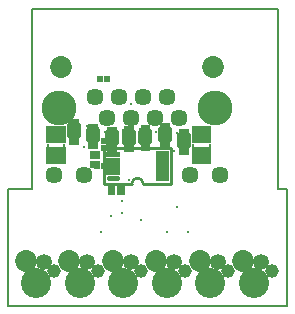
<source format=gbr>
G04 This is an RS-274x file exported by *
G04 gerbv version 2.7.0 *
G04 More information is available about gerbv at *
G04 http://gerbv.geda-project.org/ *
G04 --End of header info--*
%MOIN*%
%FSLAX36Y36*%
%IPPOS*%
G04 --Define apertures--*
%ADD10C,0.0080*%
%ADD11C,0.0060*%
%ADD12C,0.0100*%
%ADD13C,0.1005*%
%ADD14C,0.0729*%
%ADD15C,0.0532*%
%ADD16C,0.0454*%
%ADD17C,0.1162*%
%ADD18C,0.0572*%
%ADD19C,0.0001*%
%ADD20C,0.0200*%
%ADD21C,0.0180*%
%ADD22C,0.0790*%
%ADD23C,0.0490*%
%ADD24C,0.0300*%
%ADD25C,0.0510*%
%ADD26C,0.0940*%
%ADD27C,0.0350*%
%ADD28C,0.0130*%
G04 --Start main section--*
G54D10*
G01X0142450Y0578500D02*
G01X0142450Y0570640D01*
G01X0197550Y0578500D02*
G01X0197550Y0570640D01*
G54D11*
G01X0513000Y0627500D02*
G01X0521000Y0635500D01*
G01X0513000Y0627500D02*
G01X0513000Y0592500D01*
G01X0520000Y0585500D02*
G01X0513000Y0592500D01*
G01X0553000Y0593500D02*
G01X0546000Y0586500D01*
G01X0553000Y0628500D02*
G01X0553000Y0593500D01*
G01X0546000Y0635500D02*
G01X0553000Y0628500D01*
G01X0576000Y0607500D02*
G01X0584000Y0615500D01*
G01X0576000Y0607500D02*
G01X0576000Y0572500D01*
G01X0583000Y0565500D02*
G01X0576000Y0572500D01*
G01X0616000Y0573500D02*
G01X0609000Y0566500D01*
G01X0616000Y0608500D02*
G01X0616000Y0573500D01*
G01X0609000Y0615500D02*
G01X0616000Y0608500D01*
G54D10*
G01X0627450Y0578500D02*
G01X0627450Y0570640D01*
G01X0682550Y0578500D02*
G01X0682550Y0570640D01*
G54D11*
G01X0336000Y0616500D02*
G01X0344000Y0624500D01*
G01X0336000Y0616500D02*
G01X0336000Y0581500D01*
G01X0343000Y0574500D02*
G01X0336000Y0581500D01*
G01X0376000Y0582500D02*
G01X0369000Y0575500D01*
G01X0376000Y0617500D02*
G01X0376000Y0582500D01*
G01X0369000Y0624500D02*
G01X0376000Y0617500D01*
G54D12*
G01X0331000Y0446000D02*
G01X0423000Y0446000D01*
G01X0461000Y0446000D02*
G01X0554000Y0446000D01*
G01X0554000Y0564000D02*
G01X0554000Y0446000D01*
G01X0331000Y0564000D02*
G01X0554000Y0564000D01*
G01X0331000Y0564000D02*
G01X0331000Y0446000D01*
G01X0461000Y0446000D02*
G75*
G03X0423000Y0446000I-019000J0000000D01*
G54D11*
G01X0393000Y0617500D02*
G01X0401000Y0625500D01*
G01X0393000Y0617500D02*
G01X0393000Y0582500D01*
G01X0400000Y0575500D02*
G01X0393000Y0582500D01*
G01X0433000Y0583500D02*
G01X0426000Y0576500D01*
G01X0433000Y0618500D02*
G01X0433000Y0583500D01*
G01X0426000Y0625500D02*
G01X0433000Y0618500D01*
G01X0448000Y0621000D02*
G01X0456000Y0629000D01*
G01X0448000Y0621000D02*
G01X0448000Y0586000D01*
G01X0455000Y0579000D02*
G01X0448000Y0586000D01*
G01X0488000Y0587000D02*
G01X0481000Y0580000D01*
G01X0488000Y0622000D02*
G01X0488000Y0587000D01*
G01X0481000Y0629000D02*
G01X0488000Y0622000D01*
G01X0209000Y0641000D02*
G01X0217000Y0649000D01*
G01X0209000Y0641000D02*
G01X0209000Y0606000D01*
G01X0216000Y0599000D02*
G01X0209000Y0606000D01*
G01X0249000Y0607000D02*
G01X0242000Y0600000D01*
G01X0249000Y0642000D02*
G01X0249000Y0607000D01*
G01X0242000Y0649000D02*
G01X0249000Y0642000D01*
G01X0273000Y0626000D02*
G01X0281000Y0634000D01*
G01X0273000Y0626000D02*
G01X0273000Y0591000D01*
G01X0280000Y0584000D02*
G01X0273000Y0591000D01*
G01X0313000Y0592000D02*
G01X0306000Y0585000D01*
G01X0313000Y0627000D02*
G01X0313000Y0592000D01*
G01X0306000Y0634000D02*
G01X0313000Y0627000D01*
G01X0000000Y0000000D02*
G01X0090000Y0430000D02*
G01X0010000Y0430000D01*
G01X0010000Y0430000D02*
G01X0010000Y0040000D01*
G01X0010000Y0040000D02*
G01X0940000Y0040000D01*
G01X0940000Y0430000D02*
G01X0940000Y0040000D01*
G01X0090000Y1030000D02*
G01X0090000Y0430000D01*
G01X0090000Y1030000D02*
G01X0910000Y1030000D01*
G01X0910000Y1030000D02*
G01X0910000Y0430000D01*
G01X0910000Y0430000D02*
G01X0940000Y0430000D01*
G01X0000000Y0000000D02*
G54D13*
G01X0105000Y0115000D03*
G54D14*
G01X0069570Y0189800D03*
G54D15*
G01X0128620Y0185870D03*
G54D16*
G01X0164060Y0154370D03*
G54D13*
G01X0250000Y0115000D03*
G54D14*
G01X0214570Y0189800D03*
G54D16*
G01X0309060Y0154370D03*
G54D14*
G01X0188190Y0835040D03*
G54D17*
G01X0180310Y0700000D03*
G54D18*
G01X0460240Y0735430D03*
G01X0379920Y0735430D03*
G01X0299610Y0735430D03*
G01X0615350Y0475200D03*
G01X0715750Y0475200D03*
G54D14*
G01X0692130Y0835040D03*
G54D17*
G01X0700000Y0700000D03*
G54D18*
G01X0540550Y0735430D03*
G01X0420080Y0664570D03*
G01X0339760Y0664570D03*
G01X0164570Y0475200D03*
G01X0264960Y0475200D03*
G01X0500390Y0664570D03*
G01X0580710Y0664570D03*
G54D15*
G01X0273620Y0185870D03*
G54D14*
G01X0359570Y0189800D03*
G54D15*
G01X0418620Y0185870D03*
G54D13*
G01X0395000Y0115000D03*
G54D16*
G01X0454060Y0154370D03*
G54D13*
G01X0540000Y0115000D03*
G54D16*
G01X0599060Y0154370D03*
G54D13*
G01X0685000Y0115000D03*
G54D14*
G01X0504570Y0189800D03*
G54D15*
G01X0563620Y0185870D03*
G54D14*
G01X0649570Y0189800D03*
G54D15*
G01X0708620Y0185870D03*
G54D16*
G01X0744060Y0154370D03*
G54D13*
G01X0830000Y0115000D03*
G54D16*
G01X0889060Y0154370D03*
G54D14*
G01X0794570Y0189800D03*
G54D15*
G01X0853620Y0185870D03*
G54D19*
G36*
G01X0622480Y0638590D02*
G01X0622480Y0581410D01*
G01X0687520Y0581410D01*
G01X0687520Y0638590D01*
G01X0622480Y0638590D01*
G37*
G36*
G01X0622480Y0567730D02*
G01X0622480Y0510550D01*
G01X0687520Y0510550D01*
G01X0687520Y0567730D01*
G01X0622480Y0567730D01*
G37*
G36*
G01X0503000Y0554000D02*
G01X0503000Y0536000D01*
G01X0547000Y0536000D01*
G01X0547000Y0554000D01*
G01X0503000Y0554000D01*
G37*
G36*
G01X0503000Y0534000D02*
G01X0503000Y0516000D01*
G01X0547000Y0516000D01*
G01X0547000Y0534000D01*
G01X0503000Y0534000D01*
G37*
G36*
G01X0503000Y0514000D02*
G01X0503000Y0496000D01*
G01X0547000Y0496000D01*
G01X0547000Y0514000D01*
G01X0503000Y0514000D01*
G37*
G36*
G01X0503000Y0495000D02*
G01X0503000Y0477000D01*
G01X0547000Y0477000D01*
G01X0547000Y0495000D01*
G01X0503000Y0495000D01*
G37*
G36*
G01X0503000Y0475000D02*
G01X0503000Y0457000D01*
G01X0547000Y0457000D01*
G01X0547000Y0475000D01*
G01X0503000Y0475000D01*
G37*
G54D20*
G01X0520000Y0625500D02*
G01X0520000Y0595500D01*
G01X0520000Y0625500D02*
G01X0527000Y0632500D01*
G54D19*
G36*
G01X0537000Y0647500D02*
G01X0517000Y0647500D01*
G01X0517000Y0622500D01*
G01X0537000Y0622500D01*
G01X0537000Y0647500D01*
G37*
G54D20*
G01X0520000Y0622500D02*
G01X0526000Y0616500D01*
G01X0520000Y0610500D02*
G01X0526000Y0616500D01*
G01X0520000Y0595500D02*
G01X0527000Y0588500D01*
G54D19*
G36*
G01X0537000Y0598500D02*
G01X0517000Y0598500D01*
G01X0517000Y0563500D01*
G01X0537000Y0563500D01*
G01X0537000Y0598500D01*
G37*
G54D20*
G01X0520000Y0598500D02*
G01X0526000Y0604500D01*
G01X0520000Y0610500D02*
G01X0526000Y0604500D01*
G01X0546000Y0626500D02*
G01X0546000Y0595500D01*
G01X0546000Y0597500D02*
G01X0546000Y0595500D01*
G01X0540000Y0632500D02*
G01X0546000Y0626500D01*
G54D19*
G36*
G01X0550000Y0647500D02*
G01X0530000Y0647500D01*
G01X0530000Y0622500D01*
G01X0550000Y0622500D01*
G01X0550000Y0647500D01*
G37*
G54D20*
G01X0540000Y0589500D02*
G01X0546000Y0595500D01*
G01X0539000Y0604500D02*
G01X0546000Y0597500D01*
G01X0539000Y0604500D02*
G01X0546000Y0611500D01*
G01X0539000Y0616500D02*
G01X0546000Y0609500D01*
G01X0539000Y0616500D02*
G01X0546000Y0623500D01*
G54D19*
G36*
G01X0550000Y0599500D02*
G01X0530000Y0599500D01*
G01X0530000Y0563500D01*
G01X0550000Y0563500D01*
G01X0550000Y0599500D01*
G37*
G54D20*
G01X0583000Y0605500D02*
G01X0583000Y0575500D01*
G01X0583000Y0605500D02*
G01X0590000Y0612500D01*
G54D19*
G36*
G01X0600000Y0627500D02*
G01X0580000Y0627500D01*
G01X0580000Y0602500D01*
G01X0600000Y0602500D01*
G01X0600000Y0627500D01*
G37*
G54D20*
G01X0583000Y0602500D02*
G01X0589000Y0596500D01*
G01X0583000Y0590500D02*
G01X0589000Y0596500D01*
G01X0583000Y0575500D02*
G01X0590000Y0568500D01*
G54D19*
G36*
G01X0600000Y0578500D02*
G01X0580000Y0578500D01*
G01X0580000Y0543500D01*
G01X0600000Y0543500D01*
G01X0600000Y0578500D01*
G37*
G54D20*
G01X0583000Y0578500D02*
G01X0589000Y0584500D01*
G01X0583000Y0590500D02*
G01X0589000Y0584500D01*
G01X0609000Y0606500D02*
G01X0609000Y0575500D01*
G01X0609000Y0577500D02*
G01X0609000Y0575500D01*
G01X0603000Y0612500D02*
G01X0609000Y0606500D01*
G54D19*
G36*
G01X0613000Y0627500D02*
G01X0593000Y0627500D01*
G01X0593000Y0602500D01*
G01X0613000Y0602500D01*
G01X0613000Y0627500D01*
G37*
G54D20*
G01X0603000Y0569500D02*
G01X0609000Y0575500D01*
G54D19*
G36*
G01X0613000Y0579500D02*
G01X0593000Y0579500D01*
G01X0593000Y0543500D01*
G01X0613000Y0543500D01*
G01X0613000Y0579500D01*
G37*
G54D20*
G01X0602000Y0584500D02*
G01X0609000Y0577500D01*
G01X0602000Y0584500D02*
G01X0609000Y0591500D01*
G01X0602000Y0596500D02*
G01X0609000Y0589500D01*
G01X0602000Y0596500D02*
G01X0609000Y0603500D01*
G54D19*
G36*
G01X0137480Y0638590D02*
G01X0137480Y0581410D01*
G01X0202520Y0581410D01*
G01X0202520Y0638590D01*
G01X0137480Y0638590D01*
G37*
G54D20*
G01X0216000Y0639000D02*
G01X0223000Y0646000D01*
G54D19*
G36*
G01X0233000Y0661000D02*
G01X0213000Y0661000D01*
G01X0213000Y0636000D01*
G01X0233000Y0636000D01*
G01X0233000Y0661000D01*
G37*
G54D20*
G01X0216000Y0609000D02*
G01X0223000Y0602000D01*
G54D19*
G36*
G01X0233000Y0612000D02*
G01X0213000Y0612000D01*
G01X0213000Y0577000D01*
G01X0233000Y0577000D01*
G01X0233000Y0612000D01*
G37*
G54D20*
G01X0216000Y0639000D02*
G01X0216000Y0609000D01*
G01X0216000Y0612000D02*
G01X0222000Y0618000D01*
G01X0216000Y0624000D02*
G01X0222000Y0618000D01*
G01X0216000Y0636000D02*
G01X0222000Y0630000D01*
G01X0216000Y0624000D02*
G01X0222000Y0630000D01*
G01X0242000Y0640000D02*
G01X0242000Y0609000D01*
G01X0236000Y0646000D02*
G01X0242000Y0640000D01*
G54D19*
G36*
G01X0246000Y0661000D02*
G01X0226000Y0661000D01*
G01X0226000Y0636000D01*
G01X0246000Y0636000D01*
G01X0246000Y0661000D01*
G37*
G54D20*
G01X0235000Y0618000D02*
G01X0242000Y0625000D01*
G01X0235000Y0630000D02*
G01X0242000Y0623000D01*
G01X0235000Y0630000D02*
G01X0242000Y0637000D01*
G01X0236000Y0603000D02*
G01X0242000Y0609000D01*
G54D19*
G36*
G01X0246000Y0613000D02*
G01X0226000Y0613000D01*
G01X0226000Y0577000D01*
G01X0246000Y0577000D01*
G01X0246000Y0613000D01*
G37*
G54D20*
G01X0235000Y0618000D02*
G01X0242000Y0611000D01*
G01X0242000Y0611000D02*
G01X0242000Y0609000D01*
G54D19*
G36*
G01X0137480Y0567730D02*
G01X0137480Y0510550D01*
G01X0202520Y0510550D01*
G01X0202520Y0567730D01*
G01X0137480Y0567730D01*
G37*
G36*
G01X0319130Y0515870D02*
G01X0319130Y0494130D01*
G01X0340870Y0494130D01*
G01X0340870Y0515870D01*
G01X0319130Y0515870D01*
G37*
G36*
G01X0295510Y0515870D02*
G01X0295510Y0494130D01*
G01X0317250Y0494130D01*
G01X0317250Y0515870D01*
G01X0295510Y0515870D01*
G37*
G36*
G01X0283230Y0522840D02*
G01X0283230Y0497160D01*
G01X0316770Y0497160D01*
G01X0316770Y0522840D01*
G01X0283230Y0522840D01*
G37*
G36*
G01X0283230Y0554320D02*
G01X0283230Y0528640D01*
G01X0316770Y0528640D01*
G01X0316770Y0554320D01*
G01X0283230Y0554320D01*
G37*
G36*
G01X0319130Y0575870D02*
G01X0319130Y0554130D01*
G01X0340870Y0554130D01*
G01X0340870Y0575870D01*
G01X0319130Y0575870D01*
G37*
G54D20*
G01X0280000Y0624000D02*
G01X0280000Y0594000D01*
G01X0280000Y0594000D02*
G01X0287000Y0587000D01*
G01X0280000Y0597000D02*
G01X0286000Y0603000D01*
G01X0280000Y0609000D02*
G01X0286000Y0603000D01*
G54D19*
G36*
G01X0297000Y0597000D02*
G01X0277000Y0597000D01*
G01X0277000Y0562000D01*
G01X0297000Y0562000D01*
G01X0297000Y0597000D01*
G37*
G36*
G01X0297000Y0646000D02*
G01X0277000Y0646000D01*
G01X0277000Y0621000D01*
G01X0297000Y0621000D01*
G01X0297000Y0646000D01*
G37*
G54D20*
G01X0280000Y0624000D02*
G01X0287000Y0631000D01*
G01X0280000Y0621000D02*
G01X0286000Y0615000D01*
G01X0280000Y0609000D02*
G01X0286000Y0615000D01*
G01X0306000Y0625000D02*
G01X0306000Y0594000D01*
G01X0300000Y0631000D02*
G01X0306000Y0625000D01*
G54D19*
G36*
G01X0310000Y0646000D02*
G01X0290000Y0646000D01*
G01X0290000Y0621000D01*
G01X0310000Y0621000D01*
G01X0310000Y0646000D01*
G37*
G54D20*
G01X0299000Y0603000D02*
G01X0306000Y0610000D01*
G01X0299000Y0615000D02*
G01X0306000Y0608000D01*
G01X0299000Y0615000D02*
G01X0306000Y0622000D01*
G01X0300000Y0588000D02*
G01X0306000Y0594000D01*
G54D19*
G36*
G01X0310000Y0598000D02*
G01X0290000Y0598000D01*
G01X0290000Y0562000D01*
G01X0310000Y0562000D01*
G01X0310000Y0598000D01*
G37*
G54D20*
G01X0299000Y0603000D02*
G01X0306000Y0596000D01*
G01X0306000Y0596000D02*
G01X0306000Y0594000D01*
G54D19*
G36*
G01X0319130Y0599490D02*
G01X0319130Y0577750D01*
G01X0340870Y0577750D01*
G01X0340870Y0599490D01*
G01X0319130Y0599490D01*
G37*
G54D20*
G01X0343000Y0614500D02*
G01X0343000Y0584500D01*
G01X0343000Y0584500D02*
G01X0350000Y0577500D01*
G01X0343000Y0587500D02*
G01X0349000Y0593500D01*
G01X0343000Y0599500D02*
G01X0349000Y0593500D01*
G54D19*
G36*
G01X0360000Y0587500D02*
G01X0340000Y0587500D01*
G01X0340000Y0552500D01*
G01X0360000Y0552500D01*
G01X0360000Y0587500D01*
G37*
G54D20*
G01X0343000Y0614500D02*
G01X0350000Y0621500D01*
G01X0343000Y0611500D02*
G01X0349000Y0605500D01*
G01X0343000Y0599500D02*
G01X0349000Y0605500D01*
G54D19*
G36*
G01X0329130Y0805870D02*
G01X0329130Y0784130D01*
G01X0350870Y0784130D01*
G01X0350870Y0805870D01*
G01X0329130Y0805870D01*
G37*
G36*
G01X0305510Y0805870D02*
G01X0305510Y0784130D01*
G01X0327250Y0784130D01*
G01X0327250Y0805870D01*
G01X0305510Y0805870D01*
G37*
G36*
G01X0360000Y0636500D02*
G01X0340000Y0636500D01*
G01X0340000Y0611500D01*
G01X0360000Y0611500D01*
G01X0360000Y0636500D01*
G37*
G54D20*
G01X0363000Y0621500D02*
G01X0369000Y0615500D01*
G54D19*
G36*
G01X0373000Y0636500D02*
G01X0353000Y0636500D01*
G01X0353000Y0611500D01*
G01X0373000Y0611500D01*
G01X0373000Y0636500D01*
G37*
G54D20*
G01X0369000Y0615500D02*
G01X0369000Y0584500D01*
G01X0362000Y0593500D02*
G01X0369000Y0600500D01*
G01X0362000Y0605500D02*
G01X0369000Y0598500D01*
G01X0362000Y0605500D02*
G01X0369000Y0612500D01*
G54D21*
G01X0347000Y0465000D02*
G01X0373000Y0465000D01*
G54D19*
G36*
G01X0338000Y0494000D02*
G01X0338000Y0476000D01*
G01X0382000Y0476000D01*
G01X0382000Y0494000D01*
G01X0338000Y0494000D01*
G37*
G36*
G01X0338000Y0514000D02*
G01X0338000Y0496000D01*
G01X0382000Y0496000D01*
G01X0382000Y0514000D01*
G01X0338000Y0514000D01*
G37*
G36*
G01X0338000Y0533000D02*
G01X0338000Y0515000D01*
G01X0382000Y0515000D01*
G01X0382000Y0533000D01*
G01X0338000Y0533000D01*
G37*
G36*
G01X0338000Y0553000D02*
G01X0338000Y0535000D01*
G01X0382000Y0535000D01*
G01X0382000Y0553000D01*
G01X0338000Y0553000D01*
G37*
G36*
G01X0367840Y0441770D02*
G01X0342160Y0441770D01*
G01X0342160Y0408230D01*
G01X0367840Y0408230D01*
G01X0367840Y0441770D01*
G37*
G36*
G01X0399320Y0441770D02*
G01X0373640Y0441770D01*
G01X0373640Y0408230D01*
G01X0399320Y0408230D01*
G01X0399320Y0441770D01*
G37*
G54D20*
G01X0363000Y0578500D02*
G01X0369000Y0584500D01*
G54D19*
G36*
G01X0373000Y0588500D02*
G01X0353000Y0588500D01*
G01X0353000Y0552500D01*
G01X0373000Y0552500D01*
G01X0373000Y0588500D01*
G37*
G54D20*
G01X0362000Y0593500D02*
G01X0369000Y0586500D01*
G01X0369000Y0586500D02*
G01X0369000Y0584500D01*
G01X0400000Y0615500D02*
G01X0400000Y0585500D01*
G01X0400000Y0585500D02*
G01X0407000Y0578500D01*
G01X0400000Y0588500D02*
G01X0406000Y0594500D01*
G01X0400000Y0600500D02*
G01X0406000Y0594500D01*
G01X0400000Y0600500D02*
G01X0406000Y0606500D01*
G54D19*
G36*
G01X0417000Y0588500D02*
G01X0397000Y0588500D01*
G01X0397000Y0553500D01*
G01X0417000Y0553500D01*
G01X0417000Y0588500D01*
G37*
G54D20*
G01X0400000Y0615500D02*
G01X0407000Y0622500D01*
G54D19*
G36*
G01X0417000Y0637500D02*
G01X0397000Y0637500D01*
G01X0397000Y0612500D01*
G01X0417000Y0612500D01*
G01X0417000Y0637500D01*
G37*
G54D20*
G01X0400000Y0612500D02*
G01X0406000Y0606500D01*
G01X0420000Y0579500D02*
G01X0426000Y0585500D01*
G54D19*
G36*
G01X0430000Y0589500D02*
G01X0410000Y0589500D01*
G01X0410000Y0553500D01*
G01X0430000Y0553500D01*
G01X0430000Y0589500D01*
G37*
G54D20*
G01X0419000Y0594500D02*
G01X0426000Y0587500D01*
G01X0426000Y0587500D02*
G01X0426000Y0585500D01*
G01X0426000Y0616500D02*
G01X0426000Y0585500D01*
G01X0419000Y0594500D02*
G01X0426000Y0601500D01*
G01X0419000Y0606500D02*
G01X0426000Y0599500D01*
G01X0419000Y0606500D02*
G01X0426000Y0613500D01*
G01X0420000Y0622500D02*
G01X0426000Y0616500D01*
G54D19*
G36*
G01X0430000Y0637500D02*
G01X0410000Y0637500D01*
G01X0410000Y0612500D01*
G01X0430000Y0612500D01*
G01X0430000Y0637500D01*
G37*
G36*
G01X0472000Y0641000D02*
G01X0452000Y0641000D01*
G01X0452000Y0616000D01*
G01X0472000Y0616000D01*
G01X0472000Y0641000D01*
G37*
G54D20*
G01X0455000Y0619000D02*
G01X0462000Y0626000D01*
G01X0455000Y0616000D02*
G01X0461000Y0610000D01*
G01X0455000Y0604000D02*
G01X0461000Y0610000D01*
G01X0455000Y0619000D02*
G01X0455000Y0589000D01*
G01X0455000Y0589000D02*
G01X0462000Y0582000D01*
G01X0455000Y0592000D02*
G01X0461000Y0598000D01*
G01X0455000Y0604000D02*
G01X0461000Y0598000D01*
G54D19*
G36*
G01X0472000Y0592000D02*
G01X0452000Y0592000D01*
G01X0452000Y0557000D01*
G01X0472000Y0557000D01*
G01X0472000Y0592000D01*
G37*
G54D20*
G01X0481000Y0620000D02*
G01X0481000Y0589000D01*
G01X0475000Y0626000D02*
G01X0481000Y0620000D01*
G54D19*
G36*
G01X0485000Y0641000D02*
G01X0465000Y0641000D01*
G01X0465000Y0616000D01*
G01X0485000Y0616000D01*
G01X0485000Y0641000D01*
G37*
G54D20*
G01X0474000Y0610000D02*
G01X0481000Y0617000D01*
G01X0475000Y0583000D02*
G01X0481000Y0589000D01*
G54D19*
G36*
G01X0485000Y0593000D02*
G01X0465000Y0593000D01*
G01X0465000Y0557000D01*
G01X0485000Y0557000D01*
G01X0485000Y0593000D01*
G37*
G54D20*
G01X0474000Y0598000D02*
G01X0481000Y0591000D01*
G01X0481000Y0591000D02*
G01X0481000Y0589000D01*
G01X0474000Y0598000D02*
G01X0481000Y0605000D01*
G01X0474000Y0610000D02*
G01X0481000Y0603000D01*
G01X0000000Y0000000D02*
G54D12*
G01X0320000Y0285000D03*
G01X0355000Y0340000D03*
G01X0390000Y0390000D03*
G01X0390000Y0350000D03*
G01X0455000Y0325000D03*
G01X0540000Y0285000D03*
G01X0575000Y0370000D03*
G01X0610000Y0285000D03*
G54D28*
G01X0262000Y0569000D03*
G01X0275000Y0640000D03*
G01X0333000Y0619000D03*
G01X0395000Y0625000D03*
G01X0415000Y0460000D03*
G01X0421000Y0711000D03*
G01X0450000Y0630000D03*
G01X0505000Y0618000D03*
G01X0565000Y0555000D03*
G01X0575000Y0615000D03*
G54D20*
G01X0164100Y0154400D03*
G01X0309100Y0154400D03*
G01X0454100Y0154400D03*
G01X0599100Y0154400D03*
G01X0744100Y0154400D03*
G01X0889100Y0154400D03*
G54D24*
G01X0128600Y0185900D03*
G01X0273600Y0185900D03*
G01X0418600Y0185900D03*
G01X0563600Y0185900D03*
G01X0708600Y0185900D03*
G01X0853600Y0185900D03*
G54D27*
G01X0164600Y0475200D03*
G01X0265000Y0475200D03*
G01X0299600Y0735400D03*
G01X0339800Y0664600D03*
G01X0379900Y0735400D03*
G01X0420100Y0664600D03*
G01X0460200Y0735400D03*
G01X0500400Y0664600D03*
G01X0540600Y0735400D03*
G01X0580700Y0664600D03*
G01X0615400Y0475200D03*
G01X0715700Y0475200D03*
G54D23*
G01X0069600Y0189800D03*
G01X0214600Y0189800D03*
G01X0359600Y0189800D03*
G01X0504600Y0189800D03*
G01X0649600Y0189800D03*
G01X0794600Y0189800D03*
G54D25*
G01X0188200Y0835000D03*
G01X0692100Y0835000D03*
G54D22*
G01X0105000Y0115000D03*
G01X0250000Y0115000D03*
G01X0395000Y0115000D03*
G01X0540000Y0115000D03*
G01X0685000Y0115000D03*
G01X0830000Y0115000D03*
G54D26*
G01X0180300Y0700000D03*
G01X0700000Y0700000D03*
M02*

</source>
